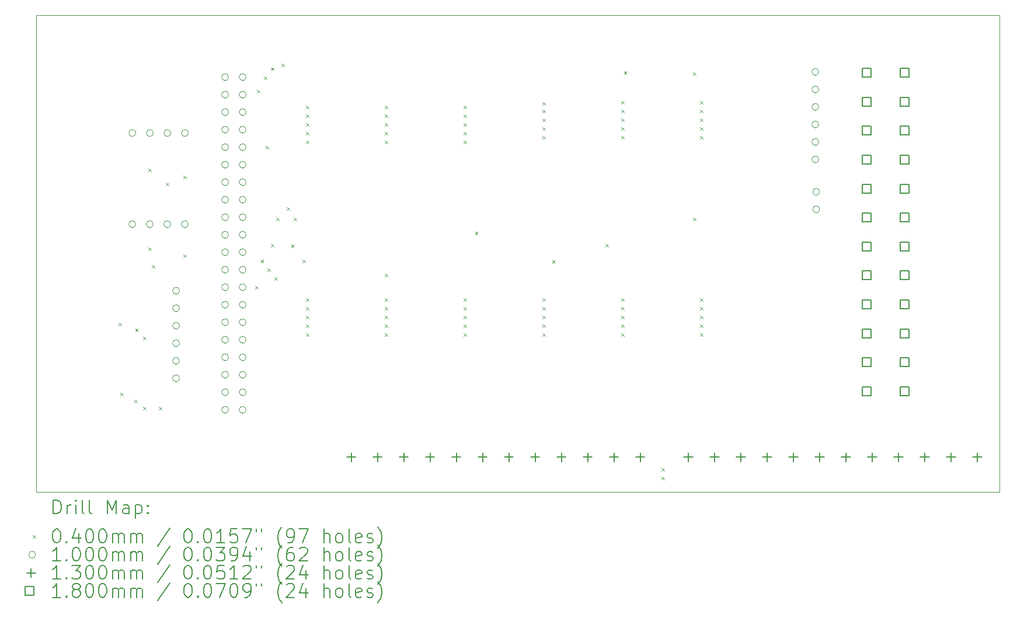
<source format=gbr>
%FSLAX45Y45*%
G04 Gerber Fmt 4.5, Leading zero omitted, Abs format (unit mm)*
G04 Created by KiCad (PCBNEW (6.0.1)) date 2022-02-20 22:55:02*
%MOMM*%
%LPD*%
G01*
G04 APERTURE LIST*
%TA.AperFunction,Profile*%
%ADD10C,0.100000*%
%TD*%
%ADD11C,0.200000*%
%ADD12C,0.040000*%
%ADD13C,0.100000*%
%ADD14C,0.130000*%
%ADD15C,0.180000*%
G04 APERTURE END LIST*
D10*
X4064000Y-10096500D02*
X18034000Y-10096500D01*
X18034000Y-10096500D02*
X18034000Y-17018000D01*
X18034000Y-17018000D02*
X4064000Y-17018000D01*
X4064000Y-17018000D02*
X4064000Y-10096500D01*
D11*
D12*
X5263200Y-14559600D02*
X5303200Y-14599600D01*
X5303200Y-14559600D02*
X5263200Y-14599600D01*
X5288600Y-15575600D02*
X5328600Y-15615600D01*
X5328600Y-15575600D02*
X5288600Y-15615600D01*
X5491800Y-15677200D02*
X5531800Y-15717200D01*
X5531800Y-15677200D02*
X5491800Y-15717200D01*
X5504500Y-14648500D02*
X5544500Y-14688500D01*
X5544500Y-14648500D02*
X5504500Y-14688500D01*
X5618800Y-14762800D02*
X5658800Y-14802800D01*
X5658800Y-14762800D02*
X5618800Y-14802800D01*
X5618800Y-15778800D02*
X5658800Y-15818800D01*
X5658800Y-15778800D02*
X5618800Y-15818800D01*
X5695000Y-12324400D02*
X5735000Y-12364400D01*
X5735000Y-12324400D02*
X5695000Y-12364400D01*
X5695000Y-13467400D02*
X5735000Y-13507400D01*
X5735000Y-13467400D02*
X5695000Y-13507400D01*
X5745800Y-13721400D02*
X5785800Y-13761400D01*
X5785800Y-13721400D02*
X5745800Y-13761400D01*
X5847400Y-15778800D02*
X5887400Y-15818800D01*
X5887400Y-15778800D02*
X5847400Y-15818800D01*
X5949000Y-12527600D02*
X5989000Y-12567600D01*
X5989000Y-12527600D02*
X5949000Y-12567600D01*
X6203000Y-12426000D02*
X6243000Y-12466000D01*
X6243000Y-12426000D02*
X6203000Y-12466000D01*
X6203000Y-13569000D02*
X6243000Y-13609000D01*
X6243000Y-13569000D02*
X6203000Y-13609000D01*
X7244400Y-14026200D02*
X7284400Y-14066200D01*
X7284400Y-14026200D02*
X7244400Y-14066200D01*
X7269800Y-11181400D02*
X7309800Y-11221400D01*
X7309800Y-11181400D02*
X7269800Y-11221400D01*
X7324350Y-13645200D02*
X7364350Y-13685200D01*
X7364350Y-13645200D02*
X7324350Y-13685200D01*
X7371400Y-10990900D02*
X7411400Y-11030900D01*
X7411400Y-10990900D02*
X7371400Y-11030900D01*
X7396800Y-11994200D02*
X7436800Y-12034200D01*
X7436800Y-11994200D02*
X7396800Y-12034200D01*
X7422200Y-13772200D02*
X7462200Y-13812200D01*
X7462200Y-13772200D02*
X7422200Y-13812200D01*
X7473000Y-10858269D02*
X7513000Y-10898269D01*
X7513000Y-10858269D02*
X7473000Y-10898269D01*
X7473000Y-13416600D02*
X7513000Y-13456600D01*
X7513000Y-13416600D02*
X7473000Y-13456600D01*
X7523800Y-13899200D02*
X7563800Y-13939200D01*
X7563800Y-13899200D02*
X7523800Y-13939200D01*
X7549200Y-13035600D02*
X7589200Y-13075600D01*
X7589200Y-13035600D02*
X7549200Y-13075600D01*
X7625400Y-10800400D02*
X7665400Y-10840400D01*
X7665400Y-10800400D02*
X7625400Y-10840400D01*
X7701600Y-12883200D02*
X7741600Y-12923200D01*
X7741600Y-12883200D02*
X7701600Y-12923200D01*
X7765100Y-13429300D02*
X7805100Y-13469300D01*
X7805100Y-13429300D02*
X7765100Y-13469300D01*
X7803200Y-13035600D02*
X7843200Y-13075600D01*
X7843200Y-13035600D02*
X7803200Y-13075600D01*
X7930200Y-13645200D02*
X7970200Y-13685200D01*
X7970200Y-13645200D02*
X7930200Y-13685200D01*
X7981000Y-11410000D02*
X8021000Y-11450000D01*
X8021000Y-11410000D02*
X7981000Y-11450000D01*
X7981000Y-11537000D02*
X8021000Y-11577000D01*
X8021000Y-11537000D02*
X7981000Y-11577000D01*
X7981000Y-11664000D02*
X8021000Y-11704000D01*
X8021000Y-11664000D02*
X7981000Y-11704000D01*
X7981000Y-11791000D02*
X8021000Y-11831000D01*
X8021000Y-11791000D02*
X7981000Y-11831000D01*
X7981000Y-11918000D02*
X8021000Y-11958000D01*
X8021000Y-11918000D02*
X7981000Y-11958000D01*
X7981000Y-14204000D02*
X8021000Y-14244000D01*
X8021000Y-14204000D02*
X7981000Y-14244000D01*
X7981000Y-14331000D02*
X8021000Y-14371000D01*
X8021000Y-14331000D02*
X7981000Y-14371000D01*
X7981000Y-14458000D02*
X8021000Y-14498000D01*
X8021000Y-14458000D02*
X7981000Y-14498000D01*
X7981000Y-14585000D02*
X8021000Y-14625000D01*
X8021000Y-14585000D02*
X7981000Y-14625000D01*
X7981000Y-14712000D02*
X8021000Y-14752000D01*
X8021000Y-14712000D02*
X7981000Y-14752000D01*
X9124000Y-11410000D02*
X9164000Y-11450000D01*
X9164000Y-11410000D02*
X9124000Y-11450000D01*
X9124000Y-11537000D02*
X9164000Y-11577000D01*
X9164000Y-11537000D02*
X9124000Y-11577000D01*
X9124000Y-11664000D02*
X9164000Y-11704000D01*
X9164000Y-11664000D02*
X9124000Y-11704000D01*
X9124000Y-11791000D02*
X9164000Y-11831000D01*
X9164000Y-11791000D02*
X9124000Y-11831000D01*
X9124000Y-11918000D02*
X9164000Y-11958000D01*
X9164000Y-11918000D02*
X9124000Y-11958000D01*
X9124000Y-13848400D02*
X9164000Y-13888400D01*
X9164000Y-13848400D02*
X9124000Y-13888400D01*
X9124000Y-14204000D02*
X9164000Y-14244000D01*
X9164000Y-14204000D02*
X9124000Y-14244000D01*
X9124000Y-14331000D02*
X9164000Y-14371000D01*
X9164000Y-14331000D02*
X9124000Y-14371000D01*
X9124000Y-14458000D02*
X9164000Y-14498000D01*
X9164000Y-14458000D02*
X9124000Y-14498000D01*
X9124000Y-14585000D02*
X9164000Y-14625000D01*
X9164000Y-14585000D02*
X9124000Y-14625000D01*
X9124000Y-14712000D02*
X9164000Y-14752000D01*
X9164000Y-14712000D02*
X9124000Y-14752000D01*
X10267000Y-11410000D02*
X10307000Y-11450000D01*
X10307000Y-11410000D02*
X10267000Y-11450000D01*
X10267000Y-11537000D02*
X10307000Y-11577000D01*
X10307000Y-11537000D02*
X10267000Y-11577000D01*
X10267000Y-11664000D02*
X10307000Y-11704000D01*
X10307000Y-11664000D02*
X10267000Y-11704000D01*
X10267000Y-11791000D02*
X10307000Y-11831000D01*
X10307000Y-11791000D02*
X10267000Y-11831000D01*
X10267000Y-11918000D02*
X10307000Y-11958000D01*
X10307000Y-11918000D02*
X10267000Y-11958000D01*
X10267000Y-14204000D02*
X10307000Y-14244000D01*
X10307000Y-14204000D02*
X10267000Y-14244000D01*
X10267000Y-14331000D02*
X10307000Y-14371000D01*
X10307000Y-14331000D02*
X10267000Y-14371000D01*
X10267000Y-14458000D02*
X10307000Y-14498000D01*
X10307000Y-14458000D02*
X10267000Y-14498000D01*
X10267000Y-14585000D02*
X10307000Y-14625000D01*
X10307000Y-14585000D02*
X10267000Y-14625000D01*
X10267000Y-14712000D02*
X10307000Y-14752000D01*
X10307000Y-14712000D02*
X10267000Y-14752000D01*
X10432100Y-13238800D02*
X10472100Y-13278800D01*
X10472100Y-13238800D02*
X10432100Y-13278800D01*
X11410000Y-11359200D02*
X11450000Y-11399200D01*
X11450000Y-11359200D02*
X11410000Y-11399200D01*
X11410000Y-11473500D02*
X11450000Y-11513500D01*
X11450000Y-11473500D02*
X11410000Y-11513500D01*
X11410000Y-11600500D02*
X11450000Y-11640500D01*
X11450000Y-11600500D02*
X11410000Y-11640500D01*
X11410000Y-11727500D02*
X11450000Y-11767500D01*
X11450000Y-11727500D02*
X11410000Y-11767500D01*
X11410000Y-11854500D02*
X11450000Y-11894500D01*
X11450000Y-11854500D02*
X11410000Y-11894500D01*
X11410000Y-14204000D02*
X11450000Y-14244000D01*
X11450000Y-14204000D02*
X11410000Y-14244000D01*
X11410000Y-14331000D02*
X11450000Y-14371000D01*
X11450000Y-14331000D02*
X11410000Y-14371000D01*
X11410000Y-14458000D02*
X11450000Y-14498000D01*
X11450000Y-14458000D02*
X11410000Y-14498000D01*
X11410000Y-14585000D02*
X11450000Y-14625000D01*
X11450000Y-14585000D02*
X11410000Y-14625000D01*
X11410000Y-14712000D02*
X11450000Y-14752000D01*
X11450000Y-14712000D02*
X11410000Y-14752000D01*
X11549700Y-13657900D02*
X11589700Y-13697900D01*
X11589700Y-13657900D02*
X11549700Y-13697900D01*
X12324400Y-13416600D02*
X12364400Y-13456600D01*
X12364400Y-13416600D02*
X12324400Y-13456600D01*
X12553000Y-11346500D02*
X12593000Y-11386500D01*
X12593000Y-11346500D02*
X12553000Y-11386500D01*
X12553000Y-11473500D02*
X12593000Y-11513500D01*
X12593000Y-11473500D02*
X12553000Y-11513500D01*
X12553000Y-11600500D02*
X12593000Y-11640500D01*
X12593000Y-11600500D02*
X12553000Y-11640500D01*
X12553000Y-11727500D02*
X12593000Y-11767500D01*
X12593000Y-11727500D02*
X12553000Y-11767500D01*
X12553000Y-11854500D02*
X12593000Y-11894500D01*
X12593000Y-11854500D02*
X12553000Y-11894500D01*
X12553000Y-14204000D02*
X12593000Y-14244000D01*
X12593000Y-14204000D02*
X12553000Y-14244000D01*
X12553000Y-14331000D02*
X12593000Y-14371000D01*
X12593000Y-14331000D02*
X12553000Y-14371000D01*
X12553000Y-14458000D02*
X12593000Y-14498000D01*
X12593000Y-14458000D02*
X12553000Y-14498000D01*
X12553000Y-14585000D02*
X12593000Y-14625000D01*
X12593000Y-14585000D02*
X12553000Y-14625000D01*
X12553000Y-14712000D02*
X12593000Y-14752000D01*
X12593000Y-14712000D02*
X12553000Y-14752000D01*
X12591100Y-10914700D02*
X12631100Y-10954700D01*
X12631100Y-10914700D02*
X12591100Y-10954700D01*
X13137200Y-16667800D02*
X13177200Y-16707800D01*
X13177200Y-16667800D02*
X13137200Y-16707800D01*
X13137200Y-16794800D02*
X13177200Y-16834800D01*
X13177200Y-16794800D02*
X13137200Y-16834800D01*
X13594400Y-10927400D02*
X13634400Y-10967400D01*
X13634400Y-10927400D02*
X13594400Y-10967400D01*
X13594400Y-13035600D02*
X13634400Y-13075600D01*
X13634400Y-13035600D02*
X13594400Y-13075600D01*
X13696000Y-11346500D02*
X13736000Y-11386500D01*
X13736000Y-11346500D02*
X13696000Y-11386500D01*
X13696000Y-11473500D02*
X13736000Y-11513500D01*
X13736000Y-11473500D02*
X13696000Y-11513500D01*
X13696000Y-11600500D02*
X13736000Y-11640500D01*
X13736000Y-11600500D02*
X13696000Y-11640500D01*
X13696000Y-11727500D02*
X13736000Y-11767500D01*
X13736000Y-11727500D02*
X13696000Y-11767500D01*
X13696000Y-11854500D02*
X13736000Y-11894500D01*
X13736000Y-11854500D02*
X13696000Y-11894500D01*
X13696000Y-14204000D02*
X13736000Y-14244000D01*
X13736000Y-14204000D02*
X13696000Y-14244000D01*
X13696000Y-14331000D02*
X13736000Y-14371000D01*
X13736000Y-14331000D02*
X13696000Y-14371000D01*
X13696000Y-14458000D02*
X13736000Y-14498000D01*
X13736000Y-14458000D02*
X13696000Y-14498000D01*
X13696000Y-14585000D02*
X13736000Y-14625000D01*
X13736000Y-14585000D02*
X13696000Y-14625000D01*
X13696000Y-14712000D02*
X13736000Y-14752000D01*
X13736000Y-14712000D02*
X13696000Y-14752000D01*
D13*
X5511000Y-13131800D02*
G75*
G03*
X5511000Y-13131800I-50000J0D01*
G01*
X5512000Y-11808500D02*
G75*
G03*
X5512000Y-11808500I-50000J0D01*
G01*
X5765000Y-13131800D02*
G75*
G03*
X5765000Y-13131800I-50000J0D01*
G01*
X5766000Y-11808500D02*
G75*
G03*
X5766000Y-11808500I-50000J0D01*
G01*
X6019000Y-13131800D02*
G75*
G03*
X6019000Y-13131800I-50000J0D01*
G01*
X6020000Y-11808500D02*
G75*
G03*
X6020000Y-11808500I-50000J0D01*
G01*
X6146000Y-14097000D02*
G75*
G03*
X6146000Y-14097000I-50000J0D01*
G01*
X6146000Y-14351000D02*
G75*
G03*
X6146000Y-14351000I-50000J0D01*
G01*
X6146000Y-14605000D02*
G75*
G03*
X6146000Y-14605000I-50000J0D01*
G01*
X6146000Y-14859000D02*
G75*
G03*
X6146000Y-14859000I-50000J0D01*
G01*
X6146000Y-15113000D02*
G75*
G03*
X6146000Y-15113000I-50000J0D01*
G01*
X6146000Y-15367000D02*
G75*
G03*
X6146000Y-15367000I-50000J0D01*
G01*
X6273000Y-13131800D02*
G75*
G03*
X6273000Y-13131800I-50000J0D01*
G01*
X6274000Y-11808500D02*
G75*
G03*
X6274000Y-11808500I-50000J0D01*
G01*
X6857200Y-10998200D02*
G75*
G03*
X6857200Y-10998200I-50000J0D01*
G01*
X6857200Y-11252200D02*
G75*
G03*
X6857200Y-11252200I-50000J0D01*
G01*
X6857200Y-11506200D02*
G75*
G03*
X6857200Y-11506200I-50000J0D01*
G01*
X6857200Y-11760200D02*
G75*
G03*
X6857200Y-11760200I-50000J0D01*
G01*
X6857200Y-12014200D02*
G75*
G03*
X6857200Y-12014200I-50000J0D01*
G01*
X6857200Y-12268200D02*
G75*
G03*
X6857200Y-12268200I-50000J0D01*
G01*
X6857200Y-12522200D02*
G75*
G03*
X6857200Y-12522200I-50000J0D01*
G01*
X6857200Y-12776200D02*
G75*
G03*
X6857200Y-12776200I-50000J0D01*
G01*
X6857200Y-13030200D02*
G75*
G03*
X6857200Y-13030200I-50000J0D01*
G01*
X6857200Y-13284200D02*
G75*
G03*
X6857200Y-13284200I-50000J0D01*
G01*
X6857200Y-13538200D02*
G75*
G03*
X6857200Y-13538200I-50000J0D01*
G01*
X6857200Y-13792200D02*
G75*
G03*
X6857200Y-13792200I-50000J0D01*
G01*
X6857200Y-14046200D02*
G75*
G03*
X6857200Y-14046200I-50000J0D01*
G01*
X6857200Y-14300200D02*
G75*
G03*
X6857200Y-14300200I-50000J0D01*
G01*
X6857200Y-14554200D02*
G75*
G03*
X6857200Y-14554200I-50000J0D01*
G01*
X6857200Y-14808200D02*
G75*
G03*
X6857200Y-14808200I-50000J0D01*
G01*
X6857200Y-15062200D02*
G75*
G03*
X6857200Y-15062200I-50000J0D01*
G01*
X6857200Y-15316200D02*
G75*
G03*
X6857200Y-15316200I-50000J0D01*
G01*
X6857200Y-15570200D02*
G75*
G03*
X6857200Y-15570200I-50000J0D01*
G01*
X6857200Y-15824200D02*
G75*
G03*
X6857200Y-15824200I-50000J0D01*
G01*
X7111200Y-10998200D02*
G75*
G03*
X7111200Y-10998200I-50000J0D01*
G01*
X7111200Y-11252200D02*
G75*
G03*
X7111200Y-11252200I-50000J0D01*
G01*
X7111200Y-11506200D02*
G75*
G03*
X7111200Y-11506200I-50000J0D01*
G01*
X7111200Y-11760200D02*
G75*
G03*
X7111200Y-11760200I-50000J0D01*
G01*
X7111200Y-12014200D02*
G75*
G03*
X7111200Y-12014200I-50000J0D01*
G01*
X7111200Y-12268200D02*
G75*
G03*
X7111200Y-12268200I-50000J0D01*
G01*
X7111200Y-12522200D02*
G75*
G03*
X7111200Y-12522200I-50000J0D01*
G01*
X7111200Y-12776200D02*
G75*
G03*
X7111200Y-12776200I-50000J0D01*
G01*
X7111200Y-13030200D02*
G75*
G03*
X7111200Y-13030200I-50000J0D01*
G01*
X7111200Y-13284200D02*
G75*
G03*
X7111200Y-13284200I-50000J0D01*
G01*
X7111200Y-13538200D02*
G75*
G03*
X7111200Y-13538200I-50000J0D01*
G01*
X7111200Y-13792200D02*
G75*
G03*
X7111200Y-13792200I-50000J0D01*
G01*
X7111200Y-14046200D02*
G75*
G03*
X7111200Y-14046200I-50000J0D01*
G01*
X7111200Y-14300200D02*
G75*
G03*
X7111200Y-14300200I-50000J0D01*
G01*
X7111200Y-14554200D02*
G75*
G03*
X7111200Y-14554200I-50000J0D01*
G01*
X7111200Y-14808200D02*
G75*
G03*
X7111200Y-14808200I-50000J0D01*
G01*
X7111200Y-15062200D02*
G75*
G03*
X7111200Y-15062200I-50000J0D01*
G01*
X7111200Y-15316200D02*
G75*
G03*
X7111200Y-15316200I-50000J0D01*
G01*
X7111200Y-15570200D02*
G75*
G03*
X7111200Y-15570200I-50000J0D01*
G01*
X7111200Y-15824200D02*
G75*
G03*
X7111200Y-15824200I-50000J0D01*
G01*
X15417000Y-10922000D02*
G75*
G03*
X15417000Y-10922000I-50000J0D01*
G01*
X15417000Y-11176000D02*
G75*
G03*
X15417000Y-11176000I-50000J0D01*
G01*
X15417000Y-11430000D02*
G75*
G03*
X15417000Y-11430000I-50000J0D01*
G01*
X15417000Y-11684000D02*
G75*
G03*
X15417000Y-11684000I-50000J0D01*
G01*
X15417000Y-11938000D02*
G75*
G03*
X15417000Y-11938000I-50000J0D01*
G01*
X15417000Y-12192000D02*
G75*
G03*
X15417000Y-12192000I-50000J0D01*
G01*
X15429700Y-12661900D02*
G75*
G03*
X15429700Y-12661900I-50000J0D01*
G01*
X15429700Y-12915900D02*
G75*
G03*
X15429700Y-12915900I-50000J0D01*
G01*
D14*
X8636000Y-16445000D02*
X8636000Y-16575000D01*
X8571000Y-16510000D02*
X8701000Y-16510000D01*
X9017000Y-16445000D02*
X9017000Y-16575000D01*
X8952000Y-16510000D02*
X9082000Y-16510000D01*
X9398000Y-16445000D02*
X9398000Y-16575000D01*
X9333000Y-16510000D02*
X9463000Y-16510000D01*
X9779000Y-16445000D02*
X9779000Y-16575000D01*
X9714000Y-16510000D02*
X9844000Y-16510000D01*
X10160000Y-16445000D02*
X10160000Y-16575000D01*
X10095000Y-16510000D02*
X10225000Y-16510000D01*
X10541000Y-16445000D02*
X10541000Y-16575000D01*
X10476000Y-16510000D02*
X10606000Y-16510000D01*
X10922000Y-16445000D02*
X10922000Y-16575000D01*
X10857000Y-16510000D02*
X10987000Y-16510000D01*
X11303000Y-16445000D02*
X11303000Y-16575000D01*
X11238000Y-16510000D02*
X11368000Y-16510000D01*
X11684000Y-16445000D02*
X11684000Y-16575000D01*
X11619000Y-16510000D02*
X11749000Y-16510000D01*
X12065000Y-16445000D02*
X12065000Y-16575000D01*
X12000000Y-16510000D02*
X12130000Y-16510000D01*
X12446000Y-16445000D02*
X12446000Y-16575000D01*
X12381000Y-16510000D02*
X12511000Y-16510000D01*
X12827000Y-16445000D02*
X12827000Y-16575000D01*
X12762000Y-16510000D02*
X12892000Y-16510000D01*
X13525500Y-16445000D02*
X13525500Y-16575000D01*
X13460500Y-16510000D02*
X13590500Y-16510000D01*
X13906500Y-16445000D02*
X13906500Y-16575000D01*
X13841500Y-16510000D02*
X13971500Y-16510000D01*
X14287500Y-16445000D02*
X14287500Y-16575000D01*
X14222500Y-16510000D02*
X14352500Y-16510000D01*
X14668500Y-16445000D02*
X14668500Y-16575000D01*
X14603500Y-16510000D02*
X14733500Y-16510000D01*
X15049500Y-16445000D02*
X15049500Y-16575000D01*
X14984500Y-16510000D02*
X15114500Y-16510000D01*
X15430500Y-16445000D02*
X15430500Y-16575000D01*
X15365500Y-16510000D02*
X15495500Y-16510000D01*
X15811500Y-16445000D02*
X15811500Y-16575000D01*
X15746500Y-16510000D02*
X15876500Y-16510000D01*
X16192500Y-16445000D02*
X16192500Y-16575000D01*
X16127500Y-16510000D02*
X16257500Y-16510000D01*
X16573500Y-16445000D02*
X16573500Y-16575000D01*
X16508500Y-16510000D02*
X16638500Y-16510000D01*
X16954500Y-16445000D02*
X16954500Y-16575000D01*
X16889500Y-16510000D02*
X17019500Y-16510000D01*
X17335500Y-16445000D02*
X17335500Y-16575000D01*
X17270500Y-16510000D02*
X17400500Y-16510000D01*
X17716500Y-16445000D02*
X17716500Y-16575000D01*
X17651500Y-16510000D02*
X17781500Y-16510000D01*
D15*
X16173640Y-10998640D02*
X16173640Y-10871360D01*
X16046360Y-10871360D01*
X16046360Y-10998640D01*
X16173640Y-10998640D01*
X16173640Y-11418640D02*
X16173640Y-11291360D01*
X16046360Y-11291360D01*
X16046360Y-11418640D01*
X16173640Y-11418640D01*
X16173640Y-11838640D02*
X16173640Y-11711360D01*
X16046360Y-11711360D01*
X16046360Y-11838640D01*
X16173640Y-11838640D01*
X16173640Y-12258640D02*
X16173640Y-12131360D01*
X16046360Y-12131360D01*
X16046360Y-12258640D01*
X16173640Y-12258640D01*
X16173640Y-12678640D02*
X16173640Y-12551360D01*
X16046360Y-12551360D01*
X16046360Y-12678640D01*
X16173640Y-12678640D01*
X16173640Y-13098640D02*
X16173640Y-12971360D01*
X16046360Y-12971360D01*
X16046360Y-13098640D01*
X16173640Y-13098640D01*
X16173640Y-13518640D02*
X16173640Y-13391360D01*
X16046360Y-13391360D01*
X16046360Y-13518640D01*
X16173640Y-13518640D01*
X16173640Y-13938640D02*
X16173640Y-13811360D01*
X16046360Y-13811360D01*
X16046360Y-13938640D01*
X16173640Y-13938640D01*
X16173640Y-14358640D02*
X16173640Y-14231360D01*
X16046360Y-14231360D01*
X16046360Y-14358640D01*
X16173640Y-14358640D01*
X16173640Y-14778640D02*
X16173640Y-14651360D01*
X16046360Y-14651360D01*
X16046360Y-14778640D01*
X16173640Y-14778640D01*
X16173640Y-15198640D02*
X16173640Y-15071360D01*
X16046360Y-15071360D01*
X16046360Y-15198640D01*
X16173640Y-15198640D01*
X16173640Y-15618640D02*
X16173640Y-15491360D01*
X16046360Y-15491360D01*
X16046360Y-15618640D01*
X16173640Y-15618640D01*
X16723640Y-10998640D02*
X16723640Y-10871360D01*
X16596360Y-10871360D01*
X16596360Y-10998640D01*
X16723640Y-10998640D01*
X16723640Y-11418640D02*
X16723640Y-11291360D01*
X16596360Y-11291360D01*
X16596360Y-11418640D01*
X16723640Y-11418640D01*
X16723640Y-11838640D02*
X16723640Y-11711360D01*
X16596360Y-11711360D01*
X16596360Y-11838640D01*
X16723640Y-11838640D01*
X16723640Y-12258640D02*
X16723640Y-12131360D01*
X16596360Y-12131360D01*
X16596360Y-12258640D01*
X16723640Y-12258640D01*
X16723640Y-12678640D02*
X16723640Y-12551360D01*
X16596360Y-12551360D01*
X16596360Y-12678640D01*
X16723640Y-12678640D01*
X16723640Y-13098640D02*
X16723640Y-12971360D01*
X16596360Y-12971360D01*
X16596360Y-13098640D01*
X16723640Y-13098640D01*
X16723640Y-13518640D02*
X16723640Y-13391360D01*
X16596360Y-13391360D01*
X16596360Y-13518640D01*
X16723640Y-13518640D01*
X16723640Y-13938640D02*
X16723640Y-13811360D01*
X16596360Y-13811360D01*
X16596360Y-13938640D01*
X16723640Y-13938640D01*
X16723640Y-14358640D02*
X16723640Y-14231360D01*
X16596360Y-14231360D01*
X16596360Y-14358640D01*
X16723640Y-14358640D01*
X16723640Y-14778640D02*
X16723640Y-14651360D01*
X16596360Y-14651360D01*
X16596360Y-14778640D01*
X16723640Y-14778640D01*
X16723640Y-15198640D02*
X16723640Y-15071360D01*
X16596360Y-15071360D01*
X16596360Y-15198640D01*
X16723640Y-15198640D01*
X16723640Y-15618640D02*
X16723640Y-15491360D01*
X16596360Y-15491360D01*
X16596360Y-15618640D01*
X16723640Y-15618640D01*
D11*
X4316619Y-17333476D02*
X4316619Y-17133476D01*
X4364238Y-17133476D01*
X4392810Y-17143000D01*
X4411857Y-17162048D01*
X4421381Y-17181095D01*
X4430905Y-17219190D01*
X4430905Y-17247762D01*
X4421381Y-17285857D01*
X4411857Y-17304905D01*
X4392810Y-17323952D01*
X4364238Y-17333476D01*
X4316619Y-17333476D01*
X4516619Y-17333476D02*
X4516619Y-17200143D01*
X4516619Y-17238238D02*
X4526143Y-17219190D01*
X4535667Y-17209667D01*
X4554714Y-17200143D01*
X4573762Y-17200143D01*
X4640429Y-17333476D02*
X4640429Y-17200143D01*
X4640429Y-17133476D02*
X4630905Y-17143000D01*
X4640429Y-17152524D01*
X4649952Y-17143000D01*
X4640429Y-17133476D01*
X4640429Y-17152524D01*
X4764238Y-17333476D02*
X4745190Y-17323952D01*
X4735667Y-17304905D01*
X4735667Y-17133476D01*
X4869000Y-17333476D02*
X4849952Y-17323952D01*
X4840429Y-17304905D01*
X4840429Y-17133476D01*
X5097571Y-17333476D02*
X5097571Y-17133476D01*
X5164238Y-17276333D01*
X5230905Y-17133476D01*
X5230905Y-17333476D01*
X5411857Y-17333476D02*
X5411857Y-17228714D01*
X5402333Y-17209667D01*
X5383286Y-17200143D01*
X5345190Y-17200143D01*
X5326143Y-17209667D01*
X5411857Y-17323952D02*
X5392810Y-17333476D01*
X5345190Y-17333476D01*
X5326143Y-17323952D01*
X5316619Y-17304905D01*
X5316619Y-17285857D01*
X5326143Y-17266810D01*
X5345190Y-17257286D01*
X5392810Y-17257286D01*
X5411857Y-17247762D01*
X5507095Y-17200143D02*
X5507095Y-17400143D01*
X5507095Y-17209667D02*
X5526143Y-17200143D01*
X5564238Y-17200143D01*
X5583286Y-17209667D01*
X5592809Y-17219190D01*
X5602333Y-17238238D01*
X5602333Y-17295381D01*
X5592809Y-17314429D01*
X5583286Y-17323952D01*
X5564238Y-17333476D01*
X5526143Y-17333476D01*
X5507095Y-17323952D01*
X5688048Y-17314429D02*
X5697571Y-17323952D01*
X5688048Y-17333476D01*
X5678524Y-17323952D01*
X5688048Y-17314429D01*
X5688048Y-17333476D01*
X5688048Y-17209667D02*
X5697571Y-17219190D01*
X5688048Y-17228714D01*
X5678524Y-17219190D01*
X5688048Y-17209667D01*
X5688048Y-17228714D01*
D12*
X4019000Y-17643000D02*
X4059000Y-17683000D01*
X4059000Y-17643000D02*
X4019000Y-17683000D01*
D11*
X4354714Y-17553476D02*
X4373762Y-17553476D01*
X4392810Y-17563000D01*
X4402333Y-17572524D01*
X4411857Y-17591571D01*
X4421381Y-17629667D01*
X4421381Y-17677286D01*
X4411857Y-17715381D01*
X4402333Y-17734429D01*
X4392810Y-17743952D01*
X4373762Y-17753476D01*
X4354714Y-17753476D01*
X4335667Y-17743952D01*
X4326143Y-17734429D01*
X4316619Y-17715381D01*
X4307095Y-17677286D01*
X4307095Y-17629667D01*
X4316619Y-17591571D01*
X4326143Y-17572524D01*
X4335667Y-17563000D01*
X4354714Y-17553476D01*
X4507095Y-17734429D02*
X4516619Y-17743952D01*
X4507095Y-17753476D01*
X4497571Y-17743952D01*
X4507095Y-17734429D01*
X4507095Y-17753476D01*
X4688048Y-17620143D02*
X4688048Y-17753476D01*
X4640429Y-17543952D02*
X4592810Y-17686810D01*
X4716619Y-17686810D01*
X4830905Y-17553476D02*
X4849952Y-17553476D01*
X4869000Y-17563000D01*
X4878524Y-17572524D01*
X4888048Y-17591571D01*
X4897571Y-17629667D01*
X4897571Y-17677286D01*
X4888048Y-17715381D01*
X4878524Y-17734429D01*
X4869000Y-17743952D01*
X4849952Y-17753476D01*
X4830905Y-17753476D01*
X4811857Y-17743952D01*
X4802333Y-17734429D01*
X4792810Y-17715381D01*
X4783286Y-17677286D01*
X4783286Y-17629667D01*
X4792810Y-17591571D01*
X4802333Y-17572524D01*
X4811857Y-17563000D01*
X4830905Y-17553476D01*
X5021381Y-17553476D02*
X5040429Y-17553476D01*
X5059476Y-17563000D01*
X5069000Y-17572524D01*
X5078524Y-17591571D01*
X5088048Y-17629667D01*
X5088048Y-17677286D01*
X5078524Y-17715381D01*
X5069000Y-17734429D01*
X5059476Y-17743952D01*
X5040429Y-17753476D01*
X5021381Y-17753476D01*
X5002333Y-17743952D01*
X4992810Y-17734429D01*
X4983286Y-17715381D01*
X4973762Y-17677286D01*
X4973762Y-17629667D01*
X4983286Y-17591571D01*
X4992810Y-17572524D01*
X5002333Y-17563000D01*
X5021381Y-17553476D01*
X5173762Y-17753476D02*
X5173762Y-17620143D01*
X5173762Y-17639190D02*
X5183286Y-17629667D01*
X5202333Y-17620143D01*
X5230905Y-17620143D01*
X5249952Y-17629667D01*
X5259476Y-17648714D01*
X5259476Y-17753476D01*
X5259476Y-17648714D02*
X5269000Y-17629667D01*
X5288048Y-17620143D01*
X5316619Y-17620143D01*
X5335667Y-17629667D01*
X5345190Y-17648714D01*
X5345190Y-17753476D01*
X5440429Y-17753476D02*
X5440429Y-17620143D01*
X5440429Y-17639190D02*
X5449952Y-17629667D01*
X5469000Y-17620143D01*
X5497571Y-17620143D01*
X5516619Y-17629667D01*
X5526143Y-17648714D01*
X5526143Y-17753476D01*
X5526143Y-17648714D02*
X5535667Y-17629667D01*
X5554714Y-17620143D01*
X5583286Y-17620143D01*
X5602333Y-17629667D01*
X5611857Y-17648714D01*
X5611857Y-17753476D01*
X6002333Y-17543952D02*
X5830905Y-17801095D01*
X6259476Y-17553476D02*
X6278524Y-17553476D01*
X6297571Y-17563000D01*
X6307095Y-17572524D01*
X6316619Y-17591571D01*
X6326143Y-17629667D01*
X6326143Y-17677286D01*
X6316619Y-17715381D01*
X6307095Y-17734429D01*
X6297571Y-17743952D01*
X6278524Y-17753476D01*
X6259476Y-17753476D01*
X6240428Y-17743952D01*
X6230905Y-17734429D01*
X6221381Y-17715381D01*
X6211857Y-17677286D01*
X6211857Y-17629667D01*
X6221381Y-17591571D01*
X6230905Y-17572524D01*
X6240428Y-17563000D01*
X6259476Y-17553476D01*
X6411857Y-17734429D02*
X6421381Y-17743952D01*
X6411857Y-17753476D01*
X6402333Y-17743952D01*
X6411857Y-17734429D01*
X6411857Y-17753476D01*
X6545190Y-17553476D02*
X6564238Y-17553476D01*
X6583286Y-17563000D01*
X6592809Y-17572524D01*
X6602333Y-17591571D01*
X6611857Y-17629667D01*
X6611857Y-17677286D01*
X6602333Y-17715381D01*
X6592809Y-17734429D01*
X6583286Y-17743952D01*
X6564238Y-17753476D01*
X6545190Y-17753476D01*
X6526143Y-17743952D01*
X6516619Y-17734429D01*
X6507095Y-17715381D01*
X6497571Y-17677286D01*
X6497571Y-17629667D01*
X6507095Y-17591571D01*
X6516619Y-17572524D01*
X6526143Y-17563000D01*
X6545190Y-17553476D01*
X6802333Y-17753476D02*
X6688048Y-17753476D01*
X6745190Y-17753476D02*
X6745190Y-17553476D01*
X6726143Y-17582048D01*
X6707095Y-17601095D01*
X6688048Y-17610619D01*
X6983286Y-17553476D02*
X6888048Y-17553476D01*
X6878524Y-17648714D01*
X6888048Y-17639190D01*
X6907095Y-17629667D01*
X6954714Y-17629667D01*
X6973762Y-17639190D01*
X6983286Y-17648714D01*
X6992809Y-17667762D01*
X6992809Y-17715381D01*
X6983286Y-17734429D01*
X6973762Y-17743952D01*
X6954714Y-17753476D01*
X6907095Y-17753476D01*
X6888048Y-17743952D01*
X6878524Y-17734429D01*
X7059476Y-17553476D02*
X7192809Y-17553476D01*
X7107095Y-17753476D01*
X7259476Y-17553476D02*
X7259476Y-17591571D01*
X7335667Y-17553476D02*
X7335667Y-17591571D01*
X7630905Y-17829667D02*
X7621381Y-17820143D01*
X7602333Y-17791571D01*
X7592809Y-17772524D01*
X7583286Y-17743952D01*
X7573762Y-17696333D01*
X7573762Y-17658238D01*
X7583286Y-17610619D01*
X7592809Y-17582048D01*
X7602333Y-17563000D01*
X7621381Y-17534429D01*
X7630905Y-17524905D01*
X7716619Y-17753476D02*
X7754714Y-17753476D01*
X7773762Y-17743952D01*
X7783286Y-17734429D01*
X7802333Y-17705857D01*
X7811857Y-17667762D01*
X7811857Y-17591571D01*
X7802333Y-17572524D01*
X7792809Y-17563000D01*
X7773762Y-17553476D01*
X7735667Y-17553476D01*
X7716619Y-17563000D01*
X7707095Y-17572524D01*
X7697571Y-17591571D01*
X7697571Y-17639190D01*
X7707095Y-17658238D01*
X7716619Y-17667762D01*
X7735667Y-17677286D01*
X7773762Y-17677286D01*
X7792809Y-17667762D01*
X7802333Y-17658238D01*
X7811857Y-17639190D01*
X7878524Y-17553476D02*
X8011857Y-17553476D01*
X7926143Y-17753476D01*
X8240428Y-17753476D02*
X8240428Y-17553476D01*
X8326143Y-17753476D02*
X8326143Y-17648714D01*
X8316619Y-17629667D01*
X8297571Y-17620143D01*
X8269000Y-17620143D01*
X8249952Y-17629667D01*
X8240428Y-17639190D01*
X8449952Y-17753476D02*
X8430905Y-17743952D01*
X8421381Y-17734429D01*
X8411857Y-17715381D01*
X8411857Y-17658238D01*
X8421381Y-17639190D01*
X8430905Y-17629667D01*
X8449952Y-17620143D01*
X8478524Y-17620143D01*
X8497571Y-17629667D01*
X8507095Y-17639190D01*
X8516619Y-17658238D01*
X8516619Y-17715381D01*
X8507095Y-17734429D01*
X8497571Y-17743952D01*
X8478524Y-17753476D01*
X8449952Y-17753476D01*
X8630905Y-17753476D02*
X8611857Y-17743952D01*
X8602333Y-17724905D01*
X8602333Y-17553476D01*
X8783286Y-17743952D02*
X8764238Y-17753476D01*
X8726143Y-17753476D01*
X8707095Y-17743952D01*
X8697571Y-17724905D01*
X8697571Y-17648714D01*
X8707095Y-17629667D01*
X8726143Y-17620143D01*
X8764238Y-17620143D01*
X8783286Y-17629667D01*
X8792810Y-17648714D01*
X8792810Y-17667762D01*
X8697571Y-17686810D01*
X8869000Y-17743952D02*
X8888048Y-17753476D01*
X8926143Y-17753476D01*
X8945190Y-17743952D01*
X8954714Y-17724905D01*
X8954714Y-17715381D01*
X8945190Y-17696333D01*
X8926143Y-17686810D01*
X8897571Y-17686810D01*
X8878524Y-17677286D01*
X8869000Y-17658238D01*
X8869000Y-17648714D01*
X8878524Y-17629667D01*
X8897571Y-17620143D01*
X8926143Y-17620143D01*
X8945190Y-17629667D01*
X9021381Y-17829667D02*
X9030905Y-17820143D01*
X9049952Y-17791571D01*
X9059476Y-17772524D01*
X9069000Y-17743952D01*
X9078524Y-17696333D01*
X9078524Y-17658238D01*
X9069000Y-17610619D01*
X9059476Y-17582048D01*
X9049952Y-17563000D01*
X9030905Y-17534429D01*
X9021381Y-17524905D01*
D13*
X4059000Y-17927000D02*
G75*
G03*
X4059000Y-17927000I-50000J0D01*
G01*
D11*
X4421381Y-18017476D02*
X4307095Y-18017476D01*
X4364238Y-18017476D02*
X4364238Y-17817476D01*
X4345190Y-17846048D01*
X4326143Y-17865095D01*
X4307095Y-17874619D01*
X4507095Y-17998429D02*
X4516619Y-18007952D01*
X4507095Y-18017476D01*
X4497571Y-18007952D01*
X4507095Y-17998429D01*
X4507095Y-18017476D01*
X4640429Y-17817476D02*
X4659476Y-17817476D01*
X4678524Y-17827000D01*
X4688048Y-17836524D01*
X4697571Y-17855571D01*
X4707095Y-17893667D01*
X4707095Y-17941286D01*
X4697571Y-17979381D01*
X4688048Y-17998429D01*
X4678524Y-18007952D01*
X4659476Y-18017476D01*
X4640429Y-18017476D01*
X4621381Y-18007952D01*
X4611857Y-17998429D01*
X4602333Y-17979381D01*
X4592810Y-17941286D01*
X4592810Y-17893667D01*
X4602333Y-17855571D01*
X4611857Y-17836524D01*
X4621381Y-17827000D01*
X4640429Y-17817476D01*
X4830905Y-17817476D02*
X4849952Y-17817476D01*
X4869000Y-17827000D01*
X4878524Y-17836524D01*
X4888048Y-17855571D01*
X4897571Y-17893667D01*
X4897571Y-17941286D01*
X4888048Y-17979381D01*
X4878524Y-17998429D01*
X4869000Y-18007952D01*
X4849952Y-18017476D01*
X4830905Y-18017476D01*
X4811857Y-18007952D01*
X4802333Y-17998429D01*
X4792810Y-17979381D01*
X4783286Y-17941286D01*
X4783286Y-17893667D01*
X4792810Y-17855571D01*
X4802333Y-17836524D01*
X4811857Y-17827000D01*
X4830905Y-17817476D01*
X5021381Y-17817476D02*
X5040429Y-17817476D01*
X5059476Y-17827000D01*
X5069000Y-17836524D01*
X5078524Y-17855571D01*
X5088048Y-17893667D01*
X5088048Y-17941286D01*
X5078524Y-17979381D01*
X5069000Y-17998429D01*
X5059476Y-18007952D01*
X5040429Y-18017476D01*
X5021381Y-18017476D01*
X5002333Y-18007952D01*
X4992810Y-17998429D01*
X4983286Y-17979381D01*
X4973762Y-17941286D01*
X4973762Y-17893667D01*
X4983286Y-17855571D01*
X4992810Y-17836524D01*
X5002333Y-17827000D01*
X5021381Y-17817476D01*
X5173762Y-18017476D02*
X5173762Y-17884143D01*
X5173762Y-17903190D02*
X5183286Y-17893667D01*
X5202333Y-17884143D01*
X5230905Y-17884143D01*
X5249952Y-17893667D01*
X5259476Y-17912714D01*
X5259476Y-18017476D01*
X5259476Y-17912714D02*
X5269000Y-17893667D01*
X5288048Y-17884143D01*
X5316619Y-17884143D01*
X5335667Y-17893667D01*
X5345190Y-17912714D01*
X5345190Y-18017476D01*
X5440429Y-18017476D02*
X5440429Y-17884143D01*
X5440429Y-17903190D02*
X5449952Y-17893667D01*
X5469000Y-17884143D01*
X5497571Y-17884143D01*
X5516619Y-17893667D01*
X5526143Y-17912714D01*
X5526143Y-18017476D01*
X5526143Y-17912714D02*
X5535667Y-17893667D01*
X5554714Y-17884143D01*
X5583286Y-17884143D01*
X5602333Y-17893667D01*
X5611857Y-17912714D01*
X5611857Y-18017476D01*
X6002333Y-17807952D02*
X5830905Y-18065095D01*
X6259476Y-17817476D02*
X6278524Y-17817476D01*
X6297571Y-17827000D01*
X6307095Y-17836524D01*
X6316619Y-17855571D01*
X6326143Y-17893667D01*
X6326143Y-17941286D01*
X6316619Y-17979381D01*
X6307095Y-17998429D01*
X6297571Y-18007952D01*
X6278524Y-18017476D01*
X6259476Y-18017476D01*
X6240428Y-18007952D01*
X6230905Y-17998429D01*
X6221381Y-17979381D01*
X6211857Y-17941286D01*
X6211857Y-17893667D01*
X6221381Y-17855571D01*
X6230905Y-17836524D01*
X6240428Y-17827000D01*
X6259476Y-17817476D01*
X6411857Y-17998429D02*
X6421381Y-18007952D01*
X6411857Y-18017476D01*
X6402333Y-18007952D01*
X6411857Y-17998429D01*
X6411857Y-18017476D01*
X6545190Y-17817476D02*
X6564238Y-17817476D01*
X6583286Y-17827000D01*
X6592809Y-17836524D01*
X6602333Y-17855571D01*
X6611857Y-17893667D01*
X6611857Y-17941286D01*
X6602333Y-17979381D01*
X6592809Y-17998429D01*
X6583286Y-18007952D01*
X6564238Y-18017476D01*
X6545190Y-18017476D01*
X6526143Y-18007952D01*
X6516619Y-17998429D01*
X6507095Y-17979381D01*
X6497571Y-17941286D01*
X6497571Y-17893667D01*
X6507095Y-17855571D01*
X6516619Y-17836524D01*
X6526143Y-17827000D01*
X6545190Y-17817476D01*
X6678524Y-17817476D02*
X6802333Y-17817476D01*
X6735667Y-17893667D01*
X6764238Y-17893667D01*
X6783286Y-17903190D01*
X6792809Y-17912714D01*
X6802333Y-17931762D01*
X6802333Y-17979381D01*
X6792809Y-17998429D01*
X6783286Y-18007952D01*
X6764238Y-18017476D01*
X6707095Y-18017476D01*
X6688048Y-18007952D01*
X6678524Y-17998429D01*
X6897571Y-18017476D02*
X6935667Y-18017476D01*
X6954714Y-18007952D01*
X6964238Y-17998429D01*
X6983286Y-17969857D01*
X6992809Y-17931762D01*
X6992809Y-17855571D01*
X6983286Y-17836524D01*
X6973762Y-17827000D01*
X6954714Y-17817476D01*
X6916619Y-17817476D01*
X6897571Y-17827000D01*
X6888048Y-17836524D01*
X6878524Y-17855571D01*
X6878524Y-17903190D01*
X6888048Y-17922238D01*
X6897571Y-17931762D01*
X6916619Y-17941286D01*
X6954714Y-17941286D01*
X6973762Y-17931762D01*
X6983286Y-17922238D01*
X6992809Y-17903190D01*
X7164238Y-17884143D02*
X7164238Y-18017476D01*
X7116619Y-17807952D02*
X7069000Y-17950810D01*
X7192809Y-17950810D01*
X7259476Y-17817476D02*
X7259476Y-17855571D01*
X7335667Y-17817476D02*
X7335667Y-17855571D01*
X7630905Y-18093667D02*
X7621381Y-18084143D01*
X7602333Y-18055571D01*
X7592809Y-18036524D01*
X7583286Y-18007952D01*
X7573762Y-17960333D01*
X7573762Y-17922238D01*
X7583286Y-17874619D01*
X7592809Y-17846048D01*
X7602333Y-17827000D01*
X7621381Y-17798429D01*
X7630905Y-17788905D01*
X7792809Y-17817476D02*
X7754714Y-17817476D01*
X7735667Y-17827000D01*
X7726143Y-17836524D01*
X7707095Y-17865095D01*
X7697571Y-17903190D01*
X7697571Y-17979381D01*
X7707095Y-17998429D01*
X7716619Y-18007952D01*
X7735667Y-18017476D01*
X7773762Y-18017476D01*
X7792809Y-18007952D01*
X7802333Y-17998429D01*
X7811857Y-17979381D01*
X7811857Y-17931762D01*
X7802333Y-17912714D01*
X7792809Y-17903190D01*
X7773762Y-17893667D01*
X7735667Y-17893667D01*
X7716619Y-17903190D01*
X7707095Y-17912714D01*
X7697571Y-17931762D01*
X7888048Y-17836524D02*
X7897571Y-17827000D01*
X7916619Y-17817476D01*
X7964238Y-17817476D01*
X7983286Y-17827000D01*
X7992809Y-17836524D01*
X8002333Y-17855571D01*
X8002333Y-17874619D01*
X7992809Y-17903190D01*
X7878524Y-18017476D01*
X8002333Y-18017476D01*
X8240428Y-18017476D02*
X8240428Y-17817476D01*
X8326143Y-18017476D02*
X8326143Y-17912714D01*
X8316619Y-17893667D01*
X8297571Y-17884143D01*
X8269000Y-17884143D01*
X8249952Y-17893667D01*
X8240428Y-17903190D01*
X8449952Y-18017476D02*
X8430905Y-18007952D01*
X8421381Y-17998429D01*
X8411857Y-17979381D01*
X8411857Y-17922238D01*
X8421381Y-17903190D01*
X8430905Y-17893667D01*
X8449952Y-17884143D01*
X8478524Y-17884143D01*
X8497571Y-17893667D01*
X8507095Y-17903190D01*
X8516619Y-17922238D01*
X8516619Y-17979381D01*
X8507095Y-17998429D01*
X8497571Y-18007952D01*
X8478524Y-18017476D01*
X8449952Y-18017476D01*
X8630905Y-18017476D02*
X8611857Y-18007952D01*
X8602333Y-17988905D01*
X8602333Y-17817476D01*
X8783286Y-18007952D02*
X8764238Y-18017476D01*
X8726143Y-18017476D01*
X8707095Y-18007952D01*
X8697571Y-17988905D01*
X8697571Y-17912714D01*
X8707095Y-17893667D01*
X8726143Y-17884143D01*
X8764238Y-17884143D01*
X8783286Y-17893667D01*
X8792810Y-17912714D01*
X8792810Y-17931762D01*
X8697571Y-17950810D01*
X8869000Y-18007952D02*
X8888048Y-18017476D01*
X8926143Y-18017476D01*
X8945190Y-18007952D01*
X8954714Y-17988905D01*
X8954714Y-17979381D01*
X8945190Y-17960333D01*
X8926143Y-17950810D01*
X8897571Y-17950810D01*
X8878524Y-17941286D01*
X8869000Y-17922238D01*
X8869000Y-17912714D01*
X8878524Y-17893667D01*
X8897571Y-17884143D01*
X8926143Y-17884143D01*
X8945190Y-17893667D01*
X9021381Y-18093667D02*
X9030905Y-18084143D01*
X9049952Y-18055571D01*
X9059476Y-18036524D01*
X9069000Y-18007952D01*
X9078524Y-17960333D01*
X9078524Y-17922238D01*
X9069000Y-17874619D01*
X9059476Y-17846048D01*
X9049952Y-17827000D01*
X9030905Y-17798429D01*
X9021381Y-17788905D01*
D14*
X3994000Y-18126000D02*
X3994000Y-18256000D01*
X3929000Y-18191000D02*
X4059000Y-18191000D01*
D11*
X4421381Y-18281476D02*
X4307095Y-18281476D01*
X4364238Y-18281476D02*
X4364238Y-18081476D01*
X4345190Y-18110048D01*
X4326143Y-18129095D01*
X4307095Y-18138619D01*
X4507095Y-18262429D02*
X4516619Y-18271952D01*
X4507095Y-18281476D01*
X4497571Y-18271952D01*
X4507095Y-18262429D01*
X4507095Y-18281476D01*
X4583286Y-18081476D02*
X4707095Y-18081476D01*
X4640429Y-18157667D01*
X4669000Y-18157667D01*
X4688048Y-18167190D01*
X4697571Y-18176714D01*
X4707095Y-18195762D01*
X4707095Y-18243381D01*
X4697571Y-18262429D01*
X4688048Y-18271952D01*
X4669000Y-18281476D01*
X4611857Y-18281476D01*
X4592810Y-18271952D01*
X4583286Y-18262429D01*
X4830905Y-18081476D02*
X4849952Y-18081476D01*
X4869000Y-18091000D01*
X4878524Y-18100524D01*
X4888048Y-18119571D01*
X4897571Y-18157667D01*
X4897571Y-18205286D01*
X4888048Y-18243381D01*
X4878524Y-18262429D01*
X4869000Y-18271952D01*
X4849952Y-18281476D01*
X4830905Y-18281476D01*
X4811857Y-18271952D01*
X4802333Y-18262429D01*
X4792810Y-18243381D01*
X4783286Y-18205286D01*
X4783286Y-18157667D01*
X4792810Y-18119571D01*
X4802333Y-18100524D01*
X4811857Y-18091000D01*
X4830905Y-18081476D01*
X5021381Y-18081476D02*
X5040429Y-18081476D01*
X5059476Y-18091000D01*
X5069000Y-18100524D01*
X5078524Y-18119571D01*
X5088048Y-18157667D01*
X5088048Y-18205286D01*
X5078524Y-18243381D01*
X5069000Y-18262429D01*
X5059476Y-18271952D01*
X5040429Y-18281476D01*
X5021381Y-18281476D01*
X5002333Y-18271952D01*
X4992810Y-18262429D01*
X4983286Y-18243381D01*
X4973762Y-18205286D01*
X4973762Y-18157667D01*
X4983286Y-18119571D01*
X4992810Y-18100524D01*
X5002333Y-18091000D01*
X5021381Y-18081476D01*
X5173762Y-18281476D02*
X5173762Y-18148143D01*
X5173762Y-18167190D02*
X5183286Y-18157667D01*
X5202333Y-18148143D01*
X5230905Y-18148143D01*
X5249952Y-18157667D01*
X5259476Y-18176714D01*
X5259476Y-18281476D01*
X5259476Y-18176714D02*
X5269000Y-18157667D01*
X5288048Y-18148143D01*
X5316619Y-18148143D01*
X5335667Y-18157667D01*
X5345190Y-18176714D01*
X5345190Y-18281476D01*
X5440429Y-18281476D02*
X5440429Y-18148143D01*
X5440429Y-18167190D02*
X5449952Y-18157667D01*
X5469000Y-18148143D01*
X5497571Y-18148143D01*
X5516619Y-18157667D01*
X5526143Y-18176714D01*
X5526143Y-18281476D01*
X5526143Y-18176714D02*
X5535667Y-18157667D01*
X5554714Y-18148143D01*
X5583286Y-18148143D01*
X5602333Y-18157667D01*
X5611857Y-18176714D01*
X5611857Y-18281476D01*
X6002333Y-18071952D02*
X5830905Y-18329095D01*
X6259476Y-18081476D02*
X6278524Y-18081476D01*
X6297571Y-18091000D01*
X6307095Y-18100524D01*
X6316619Y-18119571D01*
X6326143Y-18157667D01*
X6326143Y-18205286D01*
X6316619Y-18243381D01*
X6307095Y-18262429D01*
X6297571Y-18271952D01*
X6278524Y-18281476D01*
X6259476Y-18281476D01*
X6240428Y-18271952D01*
X6230905Y-18262429D01*
X6221381Y-18243381D01*
X6211857Y-18205286D01*
X6211857Y-18157667D01*
X6221381Y-18119571D01*
X6230905Y-18100524D01*
X6240428Y-18091000D01*
X6259476Y-18081476D01*
X6411857Y-18262429D02*
X6421381Y-18271952D01*
X6411857Y-18281476D01*
X6402333Y-18271952D01*
X6411857Y-18262429D01*
X6411857Y-18281476D01*
X6545190Y-18081476D02*
X6564238Y-18081476D01*
X6583286Y-18091000D01*
X6592809Y-18100524D01*
X6602333Y-18119571D01*
X6611857Y-18157667D01*
X6611857Y-18205286D01*
X6602333Y-18243381D01*
X6592809Y-18262429D01*
X6583286Y-18271952D01*
X6564238Y-18281476D01*
X6545190Y-18281476D01*
X6526143Y-18271952D01*
X6516619Y-18262429D01*
X6507095Y-18243381D01*
X6497571Y-18205286D01*
X6497571Y-18157667D01*
X6507095Y-18119571D01*
X6516619Y-18100524D01*
X6526143Y-18091000D01*
X6545190Y-18081476D01*
X6792809Y-18081476D02*
X6697571Y-18081476D01*
X6688048Y-18176714D01*
X6697571Y-18167190D01*
X6716619Y-18157667D01*
X6764238Y-18157667D01*
X6783286Y-18167190D01*
X6792809Y-18176714D01*
X6802333Y-18195762D01*
X6802333Y-18243381D01*
X6792809Y-18262429D01*
X6783286Y-18271952D01*
X6764238Y-18281476D01*
X6716619Y-18281476D01*
X6697571Y-18271952D01*
X6688048Y-18262429D01*
X6992809Y-18281476D02*
X6878524Y-18281476D01*
X6935667Y-18281476D02*
X6935667Y-18081476D01*
X6916619Y-18110048D01*
X6897571Y-18129095D01*
X6878524Y-18138619D01*
X7069000Y-18100524D02*
X7078524Y-18091000D01*
X7097571Y-18081476D01*
X7145190Y-18081476D01*
X7164238Y-18091000D01*
X7173762Y-18100524D01*
X7183286Y-18119571D01*
X7183286Y-18138619D01*
X7173762Y-18167190D01*
X7059476Y-18281476D01*
X7183286Y-18281476D01*
X7259476Y-18081476D02*
X7259476Y-18119571D01*
X7335667Y-18081476D02*
X7335667Y-18119571D01*
X7630905Y-18357667D02*
X7621381Y-18348143D01*
X7602333Y-18319571D01*
X7592809Y-18300524D01*
X7583286Y-18271952D01*
X7573762Y-18224333D01*
X7573762Y-18186238D01*
X7583286Y-18138619D01*
X7592809Y-18110048D01*
X7602333Y-18091000D01*
X7621381Y-18062429D01*
X7630905Y-18052905D01*
X7697571Y-18100524D02*
X7707095Y-18091000D01*
X7726143Y-18081476D01*
X7773762Y-18081476D01*
X7792809Y-18091000D01*
X7802333Y-18100524D01*
X7811857Y-18119571D01*
X7811857Y-18138619D01*
X7802333Y-18167190D01*
X7688048Y-18281476D01*
X7811857Y-18281476D01*
X7983286Y-18148143D02*
X7983286Y-18281476D01*
X7935667Y-18071952D02*
X7888048Y-18214810D01*
X8011857Y-18214810D01*
X8240428Y-18281476D02*
X8240428Y-18081476D01*
X8326143Y-18281476D02*
X8326143Y-18176714D01*
X8316619Y-18157667D01*
X8297571Y-18148143D01*
X8269000Y-18148143D01*
X8249952Y-18157667D01*
X8240428Y-18167190D01*
X8449952Y-18281476D02*
X8430905Y-18271952D01*
X8421381Y-18262429D01*
X8411857Y-18243381D01*
X8411857Y-18186238D01*
X8421381Y-18167190D01*
X8430905Y-18157667D01*
X8449952Y-18148143D01*
X8478524Y-18148143D01*
X8497571Y-18157667D01*
X8507095Y-18167190D01*
X8516619Y-18186238D01*
X8516619Y-18243381D01*
X8507095Y-18262429D01*
X8497571Y-18271952D01*
X8478524Y-18281476D01*
X8449952Y-18281476D01*
X8630905Y-18281476D02*
X8611857Y-18271952D01*
X8602333Y-18252905D01*
X8602333Y-18081476D01*
X8783286Y-18271952D02*
X8764238Y-18281476D01*
X8726143Y-18281476D01*
X8707095Y-18271952D01*
X8697571Y-18252905D01*
X8697571Y-18176714D01*
X8707095Y-18157667D01*
X8726143Y-18148143D01*
X8764238Y-18148143D01*
X8783286Y-18157667D01*
X8792810Y-18176714D01*
X8792810Y-18195762D01*
X8697571Y-18214810D01*
X8869000Y-18271952D02*
X8888048Y-18281476D01*
X8926143Y-18281476D01*
X8945190Y-18271952D01*
X8954714Y-18252905D01*
X8954714Y-18243381D01*
X8945190Y-18224333D01*
X8926143Y-18214810D01*
X8897571Y-18214810D01*
X8878524Y-18205286D01*
X8869000Y-18186238D01*
X8869000Y-18176714D01*
X8878524Y-18157667D01*
X8897571Y-18148143D01*
X8926143Y-18148143D01*
X8945190Y-18157667D01*
X9021381Y-18357667D02*
X9030905Y-18348143D01*
X9049952Y-18319571D01*
X9059476Y-18300524D01*
X9069000Y-18271952D01*
X9078524Y-18224333D01*
X9078524Y-18186238D01*
X9069000Y-18138619D01*
X9059476Y-18110048D01*
X9049952Y-18091000D01*
X9030905Y-18062429D01*
X9021381Y-18052905D01*
D15*
X4032640Y-18518640D02*
X4032640Y-18391360D01*
X3905360Y-18391360D01*
X3905360Y-18518640D01*
X4032640Y-18518640D01*
D11*
X4421381Y-18545476D02*
X4307095Y-18545476D01*
X4364238Y-18545476D02*
X4364238Y-18345476D01*
X4345190Y-18374048D01*
X4326143Y-18393095D01*
X4307095Y-18402619D01*
X4507095Y-18526429D02*
X4516619Y-18535952D01*
X4507095Y-18545476D01*
X4497571Y-18535952D01*
X4507095Y-18526429D01*
X4507095Y-18545476D01*
X4630905Y-18431190D02*
X4611857Y-18421667D01*
X4602333Y-18412143D01*
X4592810Y-18393095D01*
X4592810Y-18383571D01*
X4602333Y-18364524D01*
X4611857Y-18355000D01*
X4630905Y-18345476D01*
X4669000Y-18345476D01*
X4688048Y-18355000D01*
X4697571Y-18364524D01*
X4707095Y-18383571D01*
X4707095Y-18393095D01*
X4697571Y-18412143D01*
X4688048Y-18421667D01*
X4669000Y-18431190D01*
X4630905Y-18431190D01*
X4611857Y-18440714D01*
X4602333Y-18450238D01*
X4592810Y-18469286D01*
X4592810Y-18507381D01*
X4602333Y-18526429D01*
X4611857Y-18535952D01*
X4630905Y-18545476D01*
X4669000Y-18545476D01*
X4688048Y-18535952D01*
X4697571Y-18526429D01*
X4707095Y-18507381D01*
X4707095Y-18469286D01*
X4697571Y-18450238D01*
X4688048Y-18440714D01*
X4669000Y-18431190D01*
X4830905Y-18345476D02*
X4849952Y-18345476D01*
X4869000Y-18355000D01*
X4878524Y-18364524D01*
X4888048Y-18383571D01*
X4897571Y-18421667D01*
X4897571Y-18469286D01*
X4888048Y-18507381D01*
X4878524Y-18526429D01*
X4869000Y-18535952D01*
X4849952Y-18545476D01*
X4830905Y-18545476D01*
X4811857Y-18535952D01*
X4802333Y-18526429D01*
X4792810Y-18507381D01*
X4783286Y-18469286D01*
X4783286Y-18421667D01*
X4792810Y-18383571D01*
X4802333Y-18364524D01*
X4811857Y-18355000D01*
X4830905Y-18345476D01*
X5021381Y-18345476D02*
X5040429Y-18345476D01*
X5059476Y-18355000D01*
X5069000Y-18364524D01*
X5078524Y-18383571D01*
X5088048Y-18421667D01*
X5088048Y-18469286D01*
X5078524Y-18507381D01*
X5069000Y-18526429D01*
X5059476Y-18535952D01*
X5040429Y-18545476D01*
X5021381Y-18545476D01*
X5002333Y-18535952D01*
X4992810Y-18526429D01*
X4983286Y-18507381D01*
X4973762Y-18469286D01*
X4973762Y-18421667D01*
X4983286Y-18383571D01*
X4992810Y-18364524D01*
X5002333Y-18355000D01*
X5021381Y-18345476D01*
X5173762Y-18545476D02*
X5173762Y-18412143D01*
X5173762Y-18431190D02*
X5183286Y-18421667D01*
X5202333Y-18412143D01*
X5230905Y-18412143D01*
X5249952Y-18421667D01*
X5259476Y-18440714D01*
X5259476Y-18545476D01*
X5259476Y-18440714D02*
X5269000Y-18421667D01*
X5288048Y-18412143D01*
X5316619Y-18412143D01*
X5335667Y-18421667D01*
X5345190Y-18440714D01*
X5345190Y-18545476D01*
X5440429Y-18545476D02*
X5440429Y-18412143D01*
X5440429Y-18431190D02*
X5449952Y-18421667D01*
X5469000Y-18412143D01*
X5497571Y-18412143D01*
X5516619Y-18421667D01*
X5526143Y-18440714D01*
X5526143Y-18545476D01*
X5526143Y-18440714D02*
X5535667Y-18421667D01*
X5554714Y-18412143D01*
X5583286Y-18412143D01*
X5602333Y-18421667D01*
X5611857Y-18440714D01*
X5611857Y-18545476D01*
X6002333Y-18335952D02*
X5830905Y-18593095D01*
X6259476Y-18345476D02*
X6278524Y-18345476D01*
X6297571Y-18355000D01*
X6307095Y-18364524D01*
X6316619Y-18383571D01*
X6326143Y-18421667D01*
X6326143Y-18469286D01*
X6316619Y-18507381D01*
X6307095Y-18526429D01*
X6297571Y-18535952D01*
X6278524Y-18545476D01*
X6259476Y-18545476D01*
X6240428Y-18535952D01*
X6230905Y-18526429D01*
X6221381Y-18507381D01*
X6211857Y-18469286D01*
X6211857Y-18421667D01*
X6221381Y-18383571D01*
X6230905Y-18364524D01*
X6240428Y-18355000D01*
X6259476Y-18345476D01*
X6411857Y-18526429D02*
X6421381Y-18535952D01*
X6411857Y-18545476D01*
X6402333Y-18535952D01*
X6411857Y-18526429D01*
X6411857Y-18545476D01*
X6545190Y-18345476D02*
X6564238Y-18345476D01*
X6583286Y-18355000D01*
X6592809Y-18364524D01*
X6602333Y-18383571D01*
X6611857Y-18421667D01*
X6611857Y-18469286D01*
X6602333Y-18507381D01*
X6592809Y-18526429D01*
X6583286Y-18535952D01*
X6564238Y-18545476D01*
X6545190Y-18545476D01*
X6526143Y-18535952D01*
X6516619Y-18526429D01*
X6507095Y-18507381D01*
X6497571Y-18469286D01*
X6497571Y-18421667D01*
X6507095Y-18383571D01*
X6516619Y-18364524D01*
X6526143Y-18355000D01*
X6545190Y-18345476D01*
X6678524Y-18345476D02*
X6811857Y-18345476D01*
X6726143Y-18545476D01*
X6926143Y-18345476D02*
X6945190Y-18345476D01*
X6964238Y-18355000D01*
X6973762Y-18364524D01*
X6983286Y-18383571D01*
X6992809Y-18421667D01*
X6992809Y-18469286D01*
X6983286Y-18507381D01*
X6973762Y-18526429D01*
X6964238Y-18535952D01*
X6945190Y-18545476D01*
X6926143Y-18545476D01*
X6907095Y-18535952D01*
X6897571Y-18526429D01*
X6888048Y-18507381D01*
X6878524Y-18469286D01*
X6878524Y-18421667D01*
X6888048Y-18383571D01*
X6897571Y-18364524D01*
X6907095Y-18355000D01*
X6926143Y-18345476D01*
X7088048Y-18545476D02*
X7126143Y-18545476D01*
X7145190Y-18535952D01*
X7154714Y-18526429D01*
X7173762Y-18497857D01*
X7183286Y-18459762D01*
X7183286Y-18383571D01*
X7173762Y-18364524D01*
X7164238Y-18355000D01*
X7145190Y-18345476D01*
X7107095Y-18345476D01*
X7088048Y-18355000D01*
X7078524Y-18364524D01*
X7069000Y-18383571D01*
X7069000Y-18431190D01*
X7078524Y-18450238D01*
X7088048Y-18459762D01*
X7107095Y-18469286D01*
X7145190Y-18469286D01*
X7164238Y-18459762D01*
X7173762Y-18450238D01*
X7183286Y-18431190D01*
X7259476Y-18345476D02*
X7259476Y-18383571D01*
X7335667Y-18345476D02*
X7335667Y-18383571D01*
X7630905Y-18621667D02*
X7621381Y-18612143D01*
X7602333Y-18583571D01*
X7592809Y-18564524D01*
X7583286Y-18535952D01*
X7573762Y-18488333D01*
X7573762Y-18450238D01*
X7583286Y-18402619D01*
X7592809Y-18374048D01*
X7602333Y-18355000D01*
X7621381Y-18326429D01*
X7630905Y-18316905D01*
X7697571Y-18364524D02*
X7707095Y-18355000D01*
X7726143Y-18345476D01*
X7773762Y-18345476D01*
X7792809Y-18355000D01*
X7802333Y-18364524D01*
X7811857Y-18383571D01*
X7811857Y-18402619D01*
X7802333Y-18431190D01*
X7688048Y-18545476D01*
X7811857Y-18545476D01*
X7983286Y-18412143D02*
X7983286Y-18545476D01*
X7935667Y-18335952D02*
X7888048Y-18478810D01*
X8011857Y-18478810D01*
X8240428Y-18545476D02*
X8240428Y-18345476D01*
X8326143Y-18545476D02*
X8326143Y-18440714D01*
X8316619Y-18421667D01*
X8297571Y-18412143D01*
X8269000Y-18412143D01*
X8249952Y-18421667D01*
X8240428Y-18431190D01*
X8449952Y-18545476D02*
X8430905Y-18535952D01*
X8421381Y-18526429D01*
X8411857Y-18507381D01*
X8411857Y-18450238D01*
X8421381Y-18431190D01*
X8430905Y-18421667D01*
X8449952Y-18412143D01*
X8478524Y-18412143D01*
X8497571Y-18421667D01*
X8507095Y-18431190D01*
X8516619Y-18450238D01*
X8516619Y-18507381D01*
X8507095Y-18526429D01*
X8497571Y-18535952D01*
X8478524Y-18545476D01*
X8449952Y-18545476D01*
X8630905Y-18545476D02*
X8611857Y-18535952D01*
X8602333Y-18516905D01*
X8602333Y-18345476D01*
X8783286Y-18535952D02*
X8764238Y-18545476D01*
X8726143Y-18545476D01*
X8707095Y-18535952D01*
X8697571Y-18516905D01*
X8697571Y-18440714D01*
X8707095Y-18421667D01*
X8726143Y-18412143D01*
X8764238Y-18412143D01*
X8783286Y-18421667D01*
X8792810Y-18440714D01*
X8792810Y-18459762D01*
X8697571Y-18478810D01*
X8869000Y-18535952D02*
X8888048Y-18545476D01*
X8926143Y-18545476D01*
X8945190Y-18535952D01*
X8954714Y-18516905D01*
X8954714Y-18507381D01*
X8945190Y-18488333D01*
X8926143Y-18478810D01*
X8897571Y-18478810D01*
X8878524Y-18469286D01*
X8869000Y-18450238D01*
X8869000Y-18440714D01*
X8878524Y-18421667D01*
X8897571Y-18412143D01*
X8926143Y-18412143D01*
X8945190Y-18421667D01*
X9021381Y-18621667D02*
X9030905Y-18612143D01*
X9049952Y-18583571D01*
X9059476Y-18564524D01*
X9069000Y-18535952D01*
X9078524Y-18488333D01*
X9078524Y-18450238D01*
X9069000Y-18402619D01*
X9059476Y-18374048D01*
X9049952Y-18355000D01*
X9030905Y-18326429D01*
X9021381Y-18316905D01*
M02*

</source>
